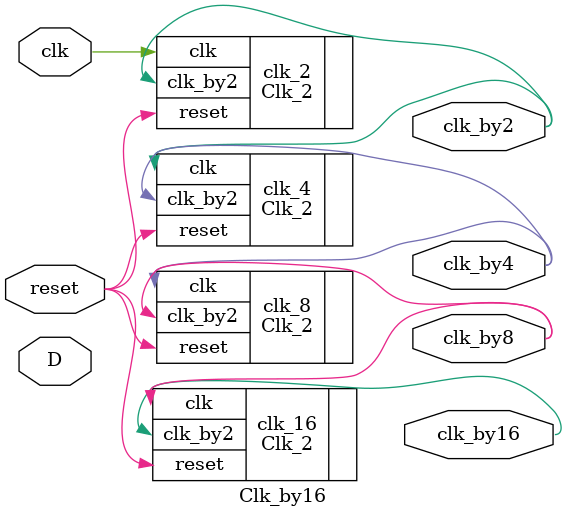
<source format=v>
module Clk_by16
(
input clk,reset,D,
output clk_by2,clk_by4,clk_by8,clk_by16
);

Clk_2 clk_2(.reset(reset),.clk(clk),.clk_by2(clk_by2));
Clk_2 clk_4(.reset(reset),.clk(clk_by2),.clk_by2(clk_by4));
Clk_2 clk_8(.reset(reset),.clk(clk_by4),.clk_by2(clk_by8));
Clk_2 clk_16(.reset(reset),.clk(clk_by8),.clk_by2(clk_by16));
endmodule

</source>
